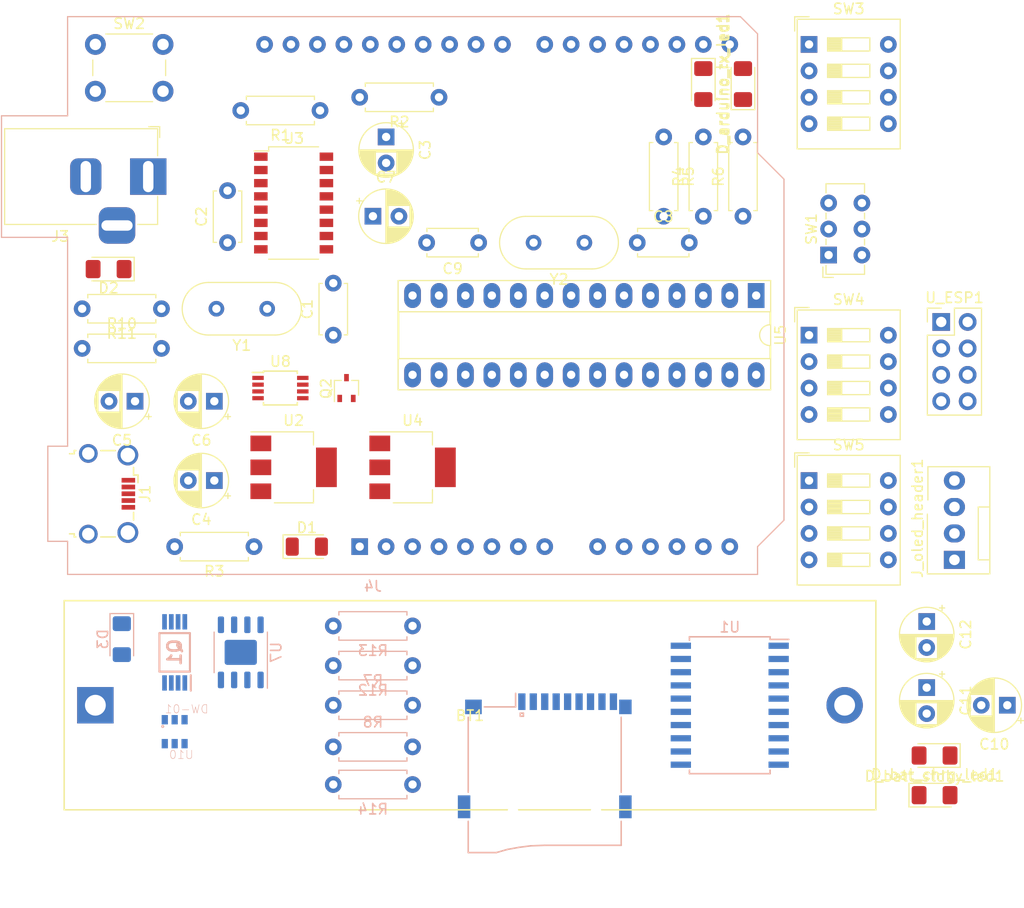
<source format=kicad_pcb>
(kicad_pcb (version 20171130) (host pcbnew 5.0.2-bee76a0~70~ubuntu16.04.1)
  (layers (0 F.Cu signal) (31 B.Cu signal) (34 B.Paste user) (35 F.Paste user) (36 B.SilkS user) (37 F.SilkS user) (38 B.Mask user) (39 F.Mask user) (44 Edge.Cuts user))
  (net 0 "")
  (net 1 "Net-(BT1-Pad2)")
  (net 2 /BATT_OUT_POSITIVE)
  (net 3 "Net-(C1-Pad1)")
  (net 4 GND)
  (net 5 "Net-(C2-Pad1)")
  (net 6 "Net-(C3-Pad2)")
  (net 7 /CH340_DTR)
  (net 8 /ARDUINO_RESET)
  (net 9 /ARDUINO_CRYSTAL_1)
  (net 10 /ARDUINO_CRYSTAL_2)
  (net 11 /5V_FILTERED)
  (net 12 "Net-(C12-Pad1)")
  (net 13 "Net-(D1-Pad1)")
  (net 14 /5V_REGULATOR_IN)
  (net 15 /ARDUINO_RX)
  (net 16 "Net-(D_arduino_rx_led1-Pad2)")
  (net 17 "Net-(D_arduino_tx_led1-Pad2)")
  (net 18 /ARDUINO_TX)
  (net 19 "Net-(D_bat_chrg_led1-Pad1)")
  (net 20 "Net-(D_batt_stdby_led1-Pad1)")
  (net 21 /USB_VCC)
  (net 22 /D_MINUS)
  (net 23 /D_PLUS)
  (net 24 "Net-(J1-Pad4)")
  (net 25 "Net-(J2-Pad8)")
  (net 26 /ARDUINO_SD_MISO)
  (net 27 /LEVEL_SHIFT_SD_SCK)
  (net 28 /3.3V_REGULATED)
  (net 29 /LEVEL_SHIFT_SD_MOSI)
  (net 30 /LEVEL_SHIFT_SD_CS)
  (net 31 "Net-(J_oled_header1-Pad1)")
  (net 32 "Net-(J_oled_header1-Pad2)")
  (net 33 "Net-(J_oled_header1-Pad3)")
  (net 34 "Net-(J_oled_header1-Pad4)")
  (net 35 "Net-(Q1-Pad1)")
  (net 36 "Net-(Q1-Pad4)")
  (net 37 "Net-(Q1-Pad5)")
  (net 38 "Net-(Q1-Pad8)")
  (net 39 "Net-(R1-Pad1)")
  (net 40 "Net-(R1-Pad2)")
  (net 41 "Net-(R2-Pad1)")
  (net 42 "Net-(R2-Pad2)")
  (net 43 /LED_STDBY)
  (net 44 /LED_CHRG)
  (net 45 "Net-(R10-Pad2)")
  (net 46 "Net-(R12-Pad1)")
  (net 47 "Net-(R14-Pad1)")
  (net 48 /ESP_RX)
  (net 49 /ESP_TX)
  (net 50 "Net-(U1-Pad11)")
  (net 51 "Net-(U1-Pad2)")
  (net 52 "Net-(U1-Pad12)")
  (net 53 "Net-(U1-Pad3)")
  (net 54 "Net-(U1-Pad4)")
  (net 55 /ARDUINO_LEVEL_SHIFT_SCK)
  (net 56 /ARDUINO_LEVEL_SHIFT_CS)
  (net 57 "Net-(U1-Pad16)")
  (net 58 /ARDUINO_LEVEL_SHIFT_MOSI)
  (net 59 "Net-(U1-Pad17)")
  (net 60 "Net-(U1-Pad8)")
  (net 61 "Net-(U1-Pad18)")
  (net 62 "Net-(U1-Pad9)")
  (net 63 "Net-(U3-Pad9)")
  (net 64 "Net-(U3-Pad10)")
  (net 65 "Net-(U3-Pad11)")
  (net 66 "Net-(U3-Pad12)")
  (net 67 "Net-(U3-Pad14)")
  (net 68 "Net-(U3-Pad15)")
  (net 69 "Net-(U10-Pad4)")
  (net 70 "Net-(D2-Pad2)")
  (net 71 "Net-(Q2-Pad1)")
  (net 72 "Net-(J2-Pad1)")
  (net 73 /PD_2)
  (net 74 /PD_3)
  (net 75 /PD_4)
  (net 76 /PC_0)
  (net 77 /PC_1)
  (net 78 /PC_2)
  (net 79 /PC_3)
  (net 80 /PD_5)
  (net 81 /PC_4)
  (net 82 /PD_6)
  (net 83 /PC_5)
  (net 84 /PD_7)
  (net 85 /PB_0)
  (net 86 /PB_1)
  (net 87 "Net-(J2-Pad7)")
  (net 88 "Net-(J4-Pad1)")
  (net 89 "Net-(SW3-Pad6)")
  (net 90 "Net-(SW3-Pad7)")
  (net 91 "Net-(SW3-Pad8)")
  (net 92 "Net-(SW4-Pad8)")
  (net 93 "Net-(SW4-Pad7)")
  (net 94 "Net-(SW4-Pad6)")
  (net 95 "Net-(SW4-Pad5)")
  (net 96 "Net-(U_ESP1-Pad3)")
  (net 97 "Net-(U_ESP1-Pad4)")
  (net 98 "Net-(U_ESP1-Pad5)")
  (net 99 "Net-(U_ESP1-Pad6)")
  (module Capacitor_THT:C_Disc_D4.7mm_W2.5mm_P5.00mm (layer F.Cu) (at 80.01 88.9 90)
    (fp_text reference C1 (at 2.5 -2.5 90) (layer F.SilkS))
    (fp_text value 22pF)
    (pad 1 thru_hole circle (at 0 0 90) (size 1.6 1.6) (drill 0.8) (layers *.Cu *.Mask) (net 3 "Net-(C1-Pad1)"))
    (pad 2 thru_hole circle (at 5 0 90) (size 1.6 1.6) (drill 0.8) (layers *.Cu *.Mask) (net 4 GND))
  )
  (module Capacitor_THT:C_Disc_D4.7mm_W2.5mm_P5.00mm (layer F.Cu) (at 69.85 80.01 90)
    (fp_text reference C2 (at 2.5 -2.5 90) (layer F.SilkS))
    (fp_text value 22pF)
    (pad 2 thru_hole circle (at 5 0 90) (size 1.6 1.6) (drill 0.8) (layers *.Cu *.Mask) (net 4 GND))
    (pad 1 thru_hole circle (at 0 0 90) (size 1.6 1.6) (drill 0.8) (layers *.Cu *.Mask) (net 5 "Net-(C2-Pad1)"))
  )
  (module Capacitor_THT:CP_Radial_D5.0mm_P2.50mm (layer F.Cu) (at 85.09 69.85 270)
    (fp_text reference C3 (at 1.25 -3.75 270) (layer F.SilkS))
    (fp_text value 0.1uF)
    (pad 1 thru_hole rect (at 0 0 270) (size 1.6 1.6) (drill 0.8) (layers *.Cu *.Mask) (net 11 /5V_FILTERED))
    (pad 2 thru_hole circle (at 2.5 0 270) (size 1.6 1.6) (drill 0.8) (layers *.Cu *.Mask) (net 6 "Net-(C3-Pad2)"))
  )
  (module Capacitor_THT:CP_Radial_D5.0mm_P2.50mm (layer F.Cu) (at 68.58 102.87 180)
    (fp_text reference C4 (at 1.25 -3.75 180) (layer F.SilkS))
    (fp_text value 47uF)
    (pad 1 thru_hole rect (at 0 0 180) (size 1.6 1.6) (drill 0.8) (layers *.Cu *.Mask) (net 11 /5V_FILTERED))
    (pad 2 thru_hole circle (at 2.5 0 180) (size 1.6 1.6) (drill 0.8) (layers *.Cu *.Mask) (net 4 GND))
  )
  (module Capacitor_THT:CP_Radial_D5.0mm_P2.50mm (layer F.Cu) (at 60.96 95.25 180)
    (fp_text reference C5 (at 1.25 -3.75 180) (layer F.SilkS))
    (fp_text value 100nF)
    (pad 2 thru_hole circle (at 2.5 0 180) (size 1.6 1.6) (drill 0.8) (layers *.Cu *.Mask) (net 4 GND))
    (pad 1 thru_hole rect (at 0 0 180) (size 1.6 1.6) (drill 0.8) (layers *.Cu *.Mask) (net 11 /5V_FILTERED))
  )
  (module Capacitor_THT:CP_Radial_D5.0mm_P2.50mm (layer F.Cu) (at 68.58 95.25 180)
    (fp_text reference C6 (at 1.25 -3.75 180) (layer F.SilkS))
    (fp_text value 100nF)
    (pad 1 thru_hole rect (at 0 0 180) (size 1.6 1.6) (drill 0.8) (layers *.Cu *.Mask) (net 11 /5V_FILTERED))
    (pad 2 thru_hole circle (at 2.5 0 180) (size 1.6 1.6) (drill 0.8) (layers *.Cu *.Mask) (net 4 GND))
  )
  (module Capacitor_THT:CP_Radial_D5.0mm_P2.50mm (layer F.Cu) (at 83.82 77.47)
    (fp_text reference C7 (at 1.25 -3.75) (layer F.SilkS))
    (fp_text value 0.1uF)
    (pad 1 thru_hole rect (at 0 0) (size 1.6 1.6) (drill 0.8) (layers *.Cu *.Mask) (net 7 /CH340_DTR))
    (pad 2 thru_hole circle (at 2.5 0) (size 1.6 1.6) (drill 0.8) (layers *.Cu *.Mask) (net 8 /ARDUINO_RESET))
  )
  (module Capacitor_THT:C_Disc_D4.7mm_W2.5mm_P5.00mm (layer F.Cu) (at 109.22 80.01)
    (fp_text reference C8 (at 2.5 -2.5) (layer F.SilkS))
    (fp_text value 22pF)
    (pad 1 thru_hole circle (at 0 0) (size 1.6 1.6) (drill 0.8) (layers *.Cu *.Mask) (net 9 /ARDUINO_CRYSTAL_1))
    (pad 2 thru_hole circle (at 5 0) (size 1.6 1.6) (drill 0.8) (layers *.Cu *.Mask) (net 4 GND))
  )
  (module Capacitor_THT:C_Disc_D4.7mm_W2.5mm_P5.00mm (layer F.Cu) (at 93.98 80.01 180)
    (fp_text reference C9 (at 2.5 -2.5 180) (layer F.SilkS))
    (fp_text value 22pF)
    (pad 2 thru_hole circle (at 5 0 180) (size 1.6 1.6) (drill 0.8) (layers *.Cu *.Mask) (net 4 GND))
    (pad 1 thru_hole circle (at 0 0 180) (size 1.6 1.6) (drill 0.8) (layers *.Cu *.Mask) (net 10 /ARDUINO_CRYSTAL_2))
  )
  (module Capacitor_THT:CP_Radial_D5.0mm_P2.50mm (layer F.Cu) (at 144.78 124.46 180)
    (fp_text reference C10 (at 1.25 -3.75 180) (layer F.SilkS))
    (fp_text value 0.1uF)
    (pad 2 thru_hole circle (at 2.5 0 180) (size 1.6 1.6) (drill 0.8) (layers *.Cu *.Mask) (net 4 GND))
    (pad 1 thru_hole rect (at 0 0 180) (size 1.6 1.6) (drill 0.8) (layers *.Cu *.Mask) (net 11 /5V_FILTERED))
  )
  (module Capacitor_THT:CP_Radial_D5.0mm_P2.50mm (layer F.Cu) (at 137.036 122.766 270)
    (fp_text reference C11 (at 1.25 -3.75 270) (layer F.SilkS))
    (fp_text value 10uF)
    (pad 2 thru_hole circle (at 2.5 0 270) (size 1.6 1.6) (drill 0.8) (layers *.Cu *.Mask) (net 4 GND))
    (pad 1 thru_hole rect (at 0 0 270) (size 1.6 1.6) (drill 0.8) (layers *.Cu *.Mask) (net 2 /BATT_OUT_POSITIVE))
  )
  (module Capacitor_THT:CP_Radial_D5.0mm_P2.50mm (layer F.Cu) (at 137.036 116.416 270)
    (fp_text reference C12 (at 1.25 -3.75 270) (layer F.SilkS))
    (fp_text value 0.1uF)
    (pad 2 thru_hole circle (at 2.5 0 270) (size 1.6 1.6) (drill 0.8) (layers *.Cu *.Mask) (net 1 "Net-(BT1-Pad2)"))
    (pad 1 thru_hole rect (at 0 0 270) (size 1.6 1.6) (drill 0.8) (layers *.Cu *.Mask) (net 12 "Net-(C12-Pad1)"))
  )
  (module LED_SMD:LED_1206_3216Metric (layer F.Cu) (at 77.47 109.22)
    (fp_text reference D1 (at 0 -1.82) (layer F.SilkS))
    (fp_text value LED)
    (pad 1 smd roundrect (at -1.4 0) (size 1.25 1.75) (layers F.Cu F.Paste F.Mask) (roundrect_rratio 0.2) (net 13 "Net-(D1-Pad1)"))
    (pad 2 smd roundrect (at 1.4 0) (size 1.25 1.75) (layers F.Cu F.Paste F.Mask) (roundrect_rratio 0.2) (net 11 /5V_FILTERED))
  )
  (module Diode_SMD:D_1206_3216Metric_Pad1.42x1.75mm_HandSolder (layer F.Cu) (at 58.42 82.55 180)
    (fp_text reference D2 (at 0 -1.82 180) (layer F.SilkS))
    (fp_text value D)
    (pad 2 smd roundrect (at 1.4875 0 180) (size 1.425 1.75) (layers F.Cu F.Paste F.Mask) (roundrect_rratio 0.175439) (net 70 "Net-(D2-Pad2)"))
    (pad 1 smd roundrect (at -1.4875 0 180) (size 1.425 1.75) (layers F.Cu F.Paste F.Mask) (roundrect_rratio 0.175439) (net 14 /5V_REGULATOR_IN))
  )
  (module Diode_SMD:D_1206_3216Metric_Pad1.42x1.75mm_HandSolder (layer B.Cu) (at 59.69 118.11 270)
    (fp_text reference D3 (at 0 1.82 270) (layer B.SilkS) (effects (justify mirror)))
    (fp_text value D)
    (pad 1 smd roundrect (at -1.4875 0 270) (size 1.425 1.75) (layers B.Cu B.Paste B.Mask) (roundrect_rratio 0.175439) (net 11 /5V_FILTERED))
    (pad 2 smd roundrect (at 1.4875 0 270) (size 1.425 1.75) (layers B.Cu B.Paste B.Mask) (roundrect_rratio 0.175439) (net 2 /BATT_OUT_POSITIVE))
  )
  (module LED_SMD:LED_1206_3216Metric_Pad1.42x1.75mm_HandSolder (layer F.Cu) (at 119.38 64.77 90)
    (fp_text reference D_arduino_rx_led1 (at 0 -1.82 90) (layer F.SilkS))
    (fp_text value LED)
    (pad 1 smd roundrect (at -1.4875 0 90) (size 1.425 1.75) (layers F.Cu F.Paste F.Mask) (roundrect_rratio 0.175439) (net 15 /ARDUINO_RX))
    (pad 2 smd roundrect (at 1.4875 0 90) (size 1.425 1.75) (layers F.Cu F.Paste F.Mask) (roundrect_rratio 0.175439) (net 16 "Net-(D_arduino_rx_led1-Pad2)"))
  )
  (module LED_SMD:LED_1206_3216Metric_Pad1.42x1.75mm_HandSolder (layer F.Cu) (at 115.57 64.77 270)
    (fp_text reference D_arduino_tx_led1 (at 0 -1.82 270) (layer F.SilkS))
    (fp_text value LED)
    (pad 2 smd roundrect (at 1.4875 0 270) (size 1.425 1.75) (layers F.Cu F.Paste F.Mask) (roundrect_rratio 0.175439) (net 17 "Net-(D_arduino_tx_led1-Pad2)"))
    (pad 1 smd roundrect (at -1.4875 0 270) (size 1.425 1.75) (layers F.Cu F.Paste F.Mask) (roundrect_rratio 0.175439) (net 18 /ARDUINO_TX))
  )
  (module LED_SMD:LED_1206_3216Metric_Pad1.42x1.75mm_HandSolder (layer F.Cu) (at 137.79 129.292 180)
    (fp_text reference D_bat_chrg_led1 (at 0 -1.82 180) (layer F.SilkS))
    (fp_text value LED)
    (pad 2 smd roundrect (at 1.4875 0 180) (size 1.425 1.75) (layers F.Cu F.Paste F.Mask) (roundrect_rratio 0.175439) (net 11 /5V_FILTERED))
    (pad 1 smd roundrect (at -1.4875 0 180) (size 1.425 1.75) (layers F.Cu F.Paste F.Mask) (roundrect_rratio 0.175439) (net 19 "Net-(D_bat_chrg_led1-Pad1)"))
  )
  (module LED_SMD:LED_1206_3216Metric_Pad1.42x1.75mm_HandSolder (layer F.Cu) (at 137.79 133.102)
    (fp_text reference D_batt_stdby_led1 (at 0 -1.82) (layer F.SilkS))
    (fp_text value LED)
    (pad 1 smd roundrect (at -1.4875 0) (size 1.425 1.75) (layers F.Cu F.Paste F.Mask) (roundrect_rratio 0.175439) (net 20 "Net-(D_batt_stdby_led1-Pad1)"))
    (pad 2 smd roundrect (at 1.4875 0) (size 1.425 1.75) (layers F.Cu F.Paste F.Mask) (roundrect_rratio 0.175439) (net 11 /5V_FILTERED))
  )
  (module Connector_USB:USB_Micro-B_Wuerth_629105150521_CircularHoles (layer F.Cu) (at 58.42 104.14 270)
    (fp_text reference J1 (at 0 -3.5 270) (layer F.SilkS))
    (fp_text value USB_B_Micro)
    (pad 1 smd rect (at -1.3 -1.9 270) (size 0.45 1.3) (layers F.Cu F.Paste F.Mask) (net 21 /USB_VCC))
    (pad 2 smd rect (at -0.65 -1.9 270) (size 0.45 1.3) (layers F.Cu F.Paste F.Mask) (net 22 /D_MINUS))
    (pad 3 smd rect (at 0 -1.9 270) (size 0.45 1.3) (layers F.Cu F.Paste F.Mask) (net 23 /D_PLUS))
    (pad 4 smd rect (at 0.65 -1.9 270) (size 0.45 1.3) (layers F.Cu F.Paste F.Mask) (net 24 "Net-(J1-Pad4)"))
    (pad 5 smd rect (at 1.3 -1.9 270) (size 0.45 1.3) (layers F.Cu F.Paste F.Mask) (net 4 GND))
    (pad 6 thru_hole circle (at -3.725 -1.85 270) (size 2 2) (drill 1.4) (layers *.Cu *.Mask) (net 4 GND))
    (pad 6 thru_hole circle (at 3.725 -1.85 270) (size 2 2) (drill 1.4) (layers *.Cu *.Mask) (net 4 GND))
    (pad 6 thru_hole circle (at -3.875 1.95 270) (size 1.8 1.8) (drill 1.2) (layers *.Cu *.Mask) (net 4 GND))
    (pad 6 thru_hole circle (at 3.875 1.95 270) (size 1.8 1.8) (drill 1.2) (layers *.Cu *.Mask) (net 4 GND))
    (pad "" np_thru_hole circle (at -2.5 -0.8 270) (size 0.8 0.8) (drill 0.8) (layers *.Cu *.Mask))
    (pad "" np_thru_hole circle (at 2.5 -0.8 270) (size 0.8 0.8) (drill 0.8) (layers *.Cu *.Mask))
  )
  (module sd_card_pretty:Conn_uSDcard (layer B.Cu) (at 100.33 134.62 180)
    (fp_text reference J2)
    (fp_text value Micro_SD_Card)
    (pad 6 smd rect (at 7.75 0.4 180) (size 1.2 2.2) (layers B.Cu B.Paste B.Mask) (net 4 GND))
    (pad 6 smd rect (at -7.75 0.4 180) (size 1.2 2.2) (layers B.Cu B.Paste B.Mask) (net 4 GND))
    (pad 6 smd rect (at 6.85 10 180) (size 1.6 1.4) (layers B.Cu B.Paste B.Mask) (net 4 GND))
    (pad 6 smd rect (at -7.75 10 180) (size 1.2 1.4) (layers B.Cu B.Paste B.Mask) (net 4 GND))
    (pad 9 smd rect (at -6.6 10.5 180) (size 0.7 1.6) (layers B.Cu B.Paste B.Mask) (net 4 GND))
    (pad 7 smd rect (at -4.4 10.5 180) (size 0.7 1.6) (layers B.Cu B.Paste B.Mask) (net 87 "Net-(J2-Pad7)"))
    (pad 8 smd rect (at -5.5 10.5 180) (size 0.7 1.6) (layers B.Cu B.Paste B.Mask) (net 25 "Net-(J2-Pad8)"))
    (pad 6 smd rect (at -3.3 10.5 180) (size 0.7 1.6) (layers B.Cu B.Paste B.Mask) (net 4 GND))
    (pad 5 smd rect (at -2.2 10.5 180) (size 0.7 1.6) (layers B.Cu B.Paste B.Mask) (net 27 /LEVEL_SHIFT_SD_SCK))
    (pad 4 smd rect (at -1.1 10.5 180) (size 0.7 1.6) (layers B.Cu B.Paste B.Mask) (net 28 /3.3V_REGULATED))
    (pad 1 smd rect (at 2.2 10.5 180) (size 0.7 1.6) (layers B.Cu B.Paste B.Mask) (net 72 "Net-(J2-Pad1)"))
    (pad 2 smd rect (at 1.1 10.5 180) (size 0.7 1.6) (layers B.Cu B.Paste B.Mask) (net 30 /LEVEL_SHIFT_SD_CS))
    (pad "" np_thru_hole circle (at 3.05 0 180) (size 1 1) (drill 1) (layers *.Cu))
    (pad "" np_thru_hole circle (at -4.93 0 180) (size 1 1) (drill 1) (layers *.Cu))
    (pad 3 smd rect (at 0 10.5 180) (size 0.7 1.6) (layers B.Cu B.Paste B.Mask) (net 29 /LEVEL_SHIFT_SD_MOSI))
  )
  (module Connector_BarrelJack:BarrelJack_Horizontal (layer F.Cu) (at 62.23 73.66)
    (fp_text reference J3 (at -8.45 5.75) (layer F.SilkS))
    (fp_text value DC_JACK)
    (pad 1 thru_hole rect (at 0 0) (size 3.5 3.5) (drill oval 1 3) (layers *.Cu *.Mask) (net 4 GND))
    (pad 2 thru_hole roundrect (at -6 0) (size 3 3.5) (drill oval 1 3) (layers *.Cu *.Mask) (net 70 "Net-(D2-Pad2)"))
    (pad 3 thru_hole roundrect (at -3 4.7) (size 3.5 3.5) (drill oval 3 1) (layers *.Cu *.Mask) (net 4 GND))
  )
  (module Module:Arduino_UNO_R3 (layer B.Cu) (at 82.55 109.22)
    (fp_text reference J4 (at 1.27 3.81 -180) (layer B.SilkS) (effects (justify mirror)))
    (fp_text value Conn_01x32_Female)
    (pad 32 thru_hole oval (at -9.14 -48.26 270) (size 1.6 1.6) (drill 0.8) (layers *.Cu *.Mask) (net 83 /PC_5))
    (pad 31 thru_hole oval (at -6.6 -48.26 270) (size 1.6 1.6) (drill 0.8) (layers *.Cu *.Mask) (net 81 /PC_4))
    (pad 1 thru_hole rect (at 0 0 270) (size 1.6 1.6) (drill 0.8) (layers *.Cu *.Mask) (net 88 "Net-(J4-Pad1)"))
    (pad 17 thru_hole oval (at 30.48 -48.26 270) (size 1.6 1.6) (drill 0.8) (layers *.Cu *.Mask) (net 73 /PD_2))
    (pad 2 thru_hole oval (at 2.54 0 270) (size 1.6 1.6) (drill 0.8) (layers *.Cu *.Mask) (net 11 /5V_FILTERED))
    (pad 18 thru_hole oval (at 27.94 -48.26 270) (size 1.6 1.6) (drill 0.8) (layers *.Cu *.Mask) (net 74 /PD_3))
    (pad 3 thru_hole oval (at 5.08 0 270) (size 1.6 1.6) (drill 0.8) (layers *.Cu *.Mask) (net 8 /ARDUINO_RESET))
    (pad 19 thru_hole oval (at 25.4 -48.26 270) (size 1.6 1.6) (drill 0.8) (layers *.Cu *.Mask) (net 75 /PD_4))
    (pad 4 thru_hole oval (at 7.62 0 270) (size 1.6 1.6) (drill 0.8) (layers *.Cu *.Mask) (net 28 /3.3V_REGULATED))
    (pad 20 thru_hole oval (at 22.86 -48.26 270) (size 1.6 1.6) (drill 0.8) (layers *.Cu *.Mask) (net 80 /PD_5))
    (pad 5 thru_hole oval (at 10.16 0 270) (size 1.6 1.6) (drill 0.8) (layers *.Cu *.Mask) (net 11 /5V_FILTERED))
    (pad 21 thru_hole oval (at 20.32 -48.26 270) (size 1.6 1.6) (drill 0.8) (layers *.Cu *.Mask) (net 82 /PD_6))
    (pad 6 thru_hole oval (at 12.7 0 270) (size 1.6 1.6) (drill 0.8) (layers *.Cu *.Mask) (net 4 GND))
    (pad 22 thru_hole oval (at 17.78 -48.26 270) (size 1.6 1.6) (drill 0.8) (layers *.Cu *.Mask) (net 84 /PD_7))
    (pad 7 thru_hole oval (at 15.24 0 270) (size 1.6 1.6) (drill 0.8) (layers *.Cu *.Mask) (net 4 GND))
    (pad 23 thru_hole oval (at 13.72 -48.26 270) (size 1.6 1.6) (drill 0.8) (layers *.Cu *.Mask) (net 85 /PB_0))
    (pad 8 thru_hole oval (at 17.78 0 270) (size 1.6 1.6) (drill 0.8) (layers *.Cu *.Mask) (net 11 /5V_FILTERED))
    (pad 24 thru_hole oval (at 11.18 -48.26 270) (size 1.6 1.6) (drill 0.8) (layers *.Cu *.Mask) (net 86 /PB_1))
    (pad 9 thru_hole oval (at 22.86 0 270) (size 1.6 1.6) (drill 0.8) (layers *.Cu *.Mask) (net 76 /PC_0))
    (pad 25 thru_hole oval (at 8.64 -48.26 270) (size 1.6 1.6) (drill 0.8) (layers *.Cu *.Mask) (net 56 /ARDUINO_LEVEL_SHIFT_CS))
    (pad 10 thru_hole oval (at 25.4 0 270) (size 1.6 1.6) (drill 0.8) (layers *.Cu *.Mask) (net 77 /PC_1))
    (pad 26 thru_hole oval (at 6.1 -48.26 270) (size 1.6 1.6) (drill 0.8) (layers *.Cu *.Mask) (net 58 /ARDUINO_LEVEL_SHIFT_MOSI))
    (pad 11 thru_hole oval (at 27.94 0 270) (size 1.6 1.6) (drill 0.8) (layers *.Cu *.Mask) (net 78 /PC_2))
    (pad 27 thru_hole oval (at 3.56 -48.26 270) (size 1.6 1.6) (drill 0.8) (layers *.Cu *.Mask) (net 26 /ARDUINO_SD_MISO))
    (pad 12 thru_hole oval (at 30.48 0 270) (size 1.6 1.6) (drill 0.8) (layers *.Cu *.Mask) (net 79 /PC_3))
    (pad 28 thru_hole oval (at 1.02 -48.26 270) (size 1.6 1.6) (drill 0.8) (layers *.Cu *.Mask) (net 55 /ARDUINO_LEVEL_SHIFT_SCK))
    (pad 13 thru_hole oval (at 33.02 0 270) (size 1.6 1.6) (drill 0.8) (layers *.Cu *.Mask) (net 81 /PC_4))
    (pad 29 thru_hole oval (at -1.52 -48.26 270) (size 1.6 1.6) (drill 0.8) (layers *.Cu *.Mask) (net 4 GND))
    (pad 14 thru_hole oval (at 35.56 0 270) (size 1.6 1.6) (drill 0.8) (layers *.Cu *.Mask) (net 83 /PC_5))
    (pad 30 thru_hole oval (at -4.06 -48.26 270) (size 1.6 1.6) (drill 0.8) (layers *.Cu *.Mask) (net 11 /5V_FILTERED))
    (pad 15 thru_hole oval (at 35.56 -48.26 270) (size 1.6 1.6) (drill 0.8) (layers *.Cu *.Mask) (net 15 /ARDUINO_RX))
    (pad 16 thru_hole oval (at 33.02 -48.26 270) (size 1.6 1.6) (drill 0.8) (layers *.Cu *.Mask) (net 18 /ARDUINO_TX))
  )
  (module Connector:FanPinHeader_1x04_P2.54mm_Vertical (layer F.Cu) (at 139.7 110.49 90)
    (fp_text reference J_oled_header1 (at 4 -3.55 90) (layer F.SilkS))
    (fp_text value Conn_01x04_Female)
    (pad 1 thru_hole rect (at 0 0 180) (size 2.03 1.73) (drill 1.02) (layers *.Cu *.Mask) (net 31 "Net-(J_oled_header1-Pad1)"))
    (pad 2 thru_hole oval (at 2.54 0 180) (size 2.03 1.73) (drill 1.02) (layers *.Cu *.Mask) (net 32 "Net-(J_oled_header1-Pad2)"))
    (pad 3 thru_hole oval (at 5.08 0 180) (size 2.03 1.73) (drill 1.02) (layers *.Cu *.Mask) (net 33 "Net-(J_oled_header1-Pad3)"))
    (pad 4 thru_hole oval (at 7.62 0 180) (size 2.03 1.73) (drill 1.02) (layers *.Cu *.Mask) (net 34 "Net-(J_oled_header1-Pad4)"))
    (pad "" np_thru_hole circle (at 5.08 -2.16 180) (size 1.1 1.1) (drill 1.1) (layers *.Cu *.Mask))
  )
  (module FS8205A:SOP65P640X120-8N (layer B.Cu) (at 64.77 119.38 90)
    (fp_text reference Q1 (at 0 0 90) (layer B.SilkS) (effects (font (size 1.27 1.27) (thickness 0.254)) (justify mirror)))
    (fp_text value FS8205A hide)
    (pad 1 smd rect (at -2.938 0.975) (size 0.45 1.475) (layers B.Cu B.Paste B.Mask) (net 35 "Net-(Q1-Pad1)"))
    (pad 2 smd rect (at -2.938 0.325) (size 0.45 1.475) (layers B.Cu B.Paste B.Mask) (net 1 "Net-(BT1-Pad2)"))
    (pad 3 smd rect (at -2.938 -0.325) (size 0.45 1.475) (layers B.Cu B.Paste B.Mask) (net 1 "Net-(BT1-Pad2)"))
    (pad 4 smd rect (at -2.938 -0.975) (size 0.45 1.475) (layers B.Cu B.Paste B.Mask) (net 36 "Net-(Q1-Pad4)"))
    (pad 5 smd rect (at 2.938 -0.975) (size 0.45 1.475) (layers B.Cu B.Paste B.Mask) (net 37 "Net-(Q1-Pad5)"))
    (pad 6 smd rect (at 2.938 -0.325) (size 0.45 1.475) (layers B.Cu B.Paste B.Mask) (net 4 GND))
    (pad 7 smd rect (at 2.938 0.325) (size 0.45 1.475) (layers B.Cu B.Paste B.Mask) (net 4 GND))
    (pad 8 smd rect (at 2.938 0.975) (size 0.45 1.475) (layers B.Cu B.Paste B.Mask) (net 38 "Net-(Q1-Pad8)"))
  )
  (module Package_TO_SOT_SMD:SOT-323_SC-70 (layer F.Cu) (at 81.28 93.98 90)
    (fp_text reference Q2 (at -0.05 -1.95 90) (layer F.SilkS))
    (fp_text value FDN340P)
    (pad 1 smd rect (at -1 -0.65) (size 0.45 0.7) (layers F.Cu F.Paste F.Mask) (net 71 "Net-(Q2-Pad1)"))
    (pad 2 smd rect (at -1 0.65) (size 0.45 0.7) (layers F.Cu F.Paste F.Mask) (net 21 /USB_VCC))
    (pad 3 smd rect (at 1 0) (size 0.45 0.7) (layers F.Cu F.Paste F.Mask) (net 11 /5V_FILTERED))
  )
  (module Resistor_THT:R_Axial_DIN0207_L6.3mm_D2.5mm_P7.62mm_Horizontal (layer F.Cu) (at 90.17 66.04 180)
    (fp_text reference R2 (at 3.81 -2.37 180) (layer F.SilkS))
    (fp_text value 1k)
    (pad 1 thru_hole circle (at 0 0 180) (size 1.6 1.6) (drill 0.8) (layers *.Cu *.Mask) (net 41 "Net-(R2-Pad1)"))
    (pad 2 thru_hole oval (at 7.62 0 180) (size 1.6 1.6) (drill 0.8) (layers *.Cu *.Mask) (net 42 "Net-(R2-Pad2)"))
  )
  (module Resistor_THT:R_Axial_DIN0207_L6.3mm_D2.5mm_P7.62mm_Horizontal (layer F.Cu) (at 72.39 109.22 180)
    (fp_text reference R3 (at 3.81 -2.37 180) (layer F.SilkS))
    (fp_text value 1k)
    (pad 2 thru_hole oval (at 7.62 0 180) (size 1.6 1.6) (drill 0.8) (layers *.Cu *.Mask) (net 4 GND))
    (pad 1 thru_hole circle (at 0 0 180) (size 1.6 1.6) (drill 0.8) (layers *.Cu *.Mask) (net 13 "Net-(D1-Pad1)"))
  )
  (module Resistor_THT:R_Axial_DIN0207_L6.3mm_D2.5mm_P7.62mm_Horizontal (layer F.Cu) (at 115.57 77.47 90)
    (fp_text reference R4 (at 3.81 -2.37 90) (layer F.SilkS))
    (fp_text value 1k)
    (pad 2 thru_hole oval (at 7.62 0 90) (size 1.6 1.6) (drill 0.8) (layers *.Cu *.Mask) (net 17 "Net-(D_arduino_tx_led1-Pad2)"))
    (pad 1 thru_hole circle (at 0 0 90) (size 1.6 1.6) (drill 0.8) (layers *.Cu *.Mask) (net 11 /5V_FILTERED))
  )
  (module Resistor_THT:R_Axial_DIN0207_L6.3mm_D2.5mm_P7.62mm_Horizontal (layer F.Cu) (at 111.76 69.85 270)
    (fp_text reference R5 (at 3.81 -2.37 270) (layer F.SilkS))
    (fp_text value 10k)
    (pad 2 thru_hole oval (at 7.62 0 270) (size 1.6 1.6) (drill 0.8) (layers *.Cu *.Mask) (net 11 /5V_FILTERED))
    (pad 1 thru_hole circle (at 0 0 270) (size 1.6 1.6) (drill 0.8) (layers *.Cu *.Mask) (net 8 /ARDUINO_RESET))
  )
  (module Resistor_THT:R_Axial_DIN0207_L6.3mm_D2.5mm_P7.62mm_Horizontal (layer F.Cu) (at 119.38 77.47 90)
    (fp_text reference R6 (at 3.81 -2.37 90) (layer F.SilkS))
    (fp_text value 1k)
    (pad 1 thru_hole circle (at 0 0 90) (size 1.6 1.6) (drill 0.8) (layers *.Cu *.Mask) (net 11 /5V_FILTERED))
    (pad 2 thru_hole oval (at 7.62 0 90) (size 1.6 1.6) (drill 0.8) (layers *.Cu *.Mask) (net 16 "Net-(D_arduino_rx_led1-Pad2)"))
  )
  (module Resistor_THT:R_Axial_DIN0207_L6.3mm_D2.5mm_P7.62mm_Horizontal (layer B.Cu) (at 87.63 124.46 180)
    (fp_text reference R7 (at 3.81 2.37 180) (layer B.SilkS) (effects (justify mirror)))
    (fp_text value 1k)
    (pad 1 thru_hole circle (at 0 0 180) (size 1.6 1.6) (drill 0.8) (layers *.Cu *.Mask) (net 20 "Net-(D_batt_stdby_led1-Pad1)"))
    (pad 2 thru_hole oval (at 7.62 0 180) (size 1.6 1.6) (drill 0.8) (layers *.Cu *.Mask) (net 43 /LED_STDBY))
  )
  (module Resistor_THT:R_Axial_DIN0207_L6.3mm_D2.5mm_P7.62mm_Horizontal (layer B.Cu) (at 87.63 128.459 180)
    (fp_text reference R8 (at 3.81 2.37 180) (layer B.SilkS) (effects (justify mirror)))
    (fp_text value 1k)
    (pad 2 thru_hole oval (at 7.62 0 180) (size 1.6 1.6) (drill 0.8) (layers *.Cu *.Mask) (net 44 /LED_CHRG))
    (pad 1 thru_hole circle (at 0 0 180) (size 1.6 1.6) (drill 0.8) (layers *.Cu *.Mask) (net 19 "Net-(D_bat_chrg_led1-Pad1)"))
  )
  (module Resistor_THT:R_Axial_DIN0207_L6.3mm_D2.5mm_P7.62mm_Horizontal (layer B.Cu) (at 80.01 120.65)
    (fp_text reference R12 (at 3.81 2.37) (layer B.SilkS) (effects (justify mirror)))
    (fp_text value 2k)
    (pad 2 thru_hole oval (at 7.62 0) (size 1.6 1.6) (drill 0.8) (layers *.Cu *.Mask) (net 4 GND))
    (pad 1 thru_hole circle (at 0 0) (size 1.6 1.6) (drill 0.8) (layers *.Cu *.Mask) (net 46 "Net-(R12-Pad1)"))
  )
  (module Resistor_THT:R_Axial_DIN0207_L6.3mm_D2.5mm_P7.62mm_Horizontal (layer B.Cu) (at 80.01 116.84)
    (fp_text reference R13 (at 3.81 2.37) (layer B.SilkS) (effects (justify mirror)))
    (fp_text value 100)
    (pad 1 thru_hole circle (at 0 0) (size 1.6 1.6) (drill 0.8) (layers *.Cu *.Mask) (net 2 /BATT_OUT_POSITIVE))
    (pad 2 thru_hole oval (at 7.62 0) (size 1.6 1.6) (drill 0.8) (layers *.Cu *.Mask) (net 12 "Net-(C12-Pad1)"))
  )
  (module Resistor_THT:R_Axial_DIN0207_L6.3mm_D2.5mm_P7.62mm_Horizontal (layer B.Cu) (at 80.01 132.08)
    (fp_text reference R14 (at 3.81 2.37) (layer B.SilkS) (effects (justify mirror)))
    (fp_text value 1k)
    (pad 1 thru_hole circle (at 0 0) (size 1.6 1.6) (drill 0.8) (layers *.Cu *.Mask) (net 47 "Net-(R14-Pad1)"))
    (pad 2 thru_hole oval (at 7.62 0) (size 1.6 1.6) (drill 0.8) (layers *.Cu *.Mask) (net 4 GND))
  )
  (module Button_Switch_THT:SW_E-Switch_EG1271_DPDT (layer F.Cu) (at 127.61 81.2 90)
    (fp_text reference SW1 (at 2.5 -1.65 90) (layer F.SilkS))
    (fp_text value SW_DPDT_x2)
    (pad 1 thru_hole rect (at 0 0 90) (size 1.6 1.6) (drill 0.8) (layers *.Cu *.Mask) (net 15 /ARDUINO_RX))
    (pad 2 thru_hole circle (at 2.5 0 90) (size 1.6 1.6) (drill 0.8) (layers *.Cu *.Mask) (net 39 "Net-(R1-Pad1)"))
    (pad 3 thru_hole circle (at 5 0 90) (size 1.6 1.6) (drill 0.8) (layers *.Cu *.Mask) (net 48 /ESP_RX))
    (pad 4 thru_hole circle (at 0 3.2 90) (size 1.6 1.6) (drill 0.8) (layers *.Cu *.Mask) (net 18 /ARDUINO_TX))
    (pad 5 thru_hole circle (at 2.5 3.2 90) (size 1.6 1.6) (drill 0.8) (layers *.Cu *.Mask) (net 41 "Net-(R2-Pad1)"))
    (pad 6 thru_hole circle (at 5 3.2 90) (size 1.6 1.6) (drill 0.8) (layers *.Cu *.Mask) (net 49 /ESP_TX))
  )
  (module Button_Switch_THT:SW_PUSH_6mm_H4.3mm (layer F.Cu) (at 57.15 60.96)
    (fp_text reference SW2 (at 3.25 -2) (layer F.SilkS))
    (fp_text value SW_SPST)
    (pad 2 thru_hole circle (at 0 4.5 90) (size 2 2) (drill 1.1) (layers *.Cu *.Mask) (net 4 GND))
    (pad 1 thru_hole circle (at 0 0 90) (size 2 2) (drill 1.1) (layers *.Cu *.Mask) (net 8 /ARDUINO_RESET))
    (pad 2 thru_hole circle (at 6.5 4.5 90) (size 2 2) (drill 1.1) (layers *.Cu *.Mask) (net 4 GND))
    (pad 1 thru_hole circle (at 6.5 0 90) (size 2 2) (drill 1.1) (layers *.Cu *.Mask) (net 8 /ARDUINO_RESET))
  )
  (module Button_Switch_THT:SW_DIP_SPSTx04_Slide_9.78x12.34mm_W7.62mm_P2.54mm (layer F.Cu) (at 125.73 60.96)
    (fp_text reference SW3 (at 3.81 -3.42) (layer F.SilkS))
    (fp_text value SW_DIP_x04)
    (pad 1 thru_hole rect (at 0 0) (size 1.6 1.6) (drill 0.8) (layers *.Cu *.Mask) (net 55 /ARDUINO_LEVEL_SHIFT_SCK))
    (pad 5 thru_hole oval (at 7.62 7.62) (size 1.6 1.6) (drill 0.8) (layers *.Cu *.Mask) (net 87 "Net-(J2-Pad7)"))
    (pad 2 thru_hole oval (at 0 2.54) (size 1.6 1.6) (drill 0.8) (layers *.Cu *.Mask) (net 56 /ARDUINO_LEVEL_SHIFT_CS))
    (pad 6 thru_hole oval (at 7.62 5.08) (size 1.6 1.6) (drill 0.8) (layers *.Cu *.Mask) (net 89 "Net-(SW3-Pad6)"))
    (pad 3 thru_hole oval (at 0 5.08) (size 1.6 1.6) (drill 0.8) (layers *.Cu *.Mask) (net 58 /ARDUINO_LEVEL_SHIFT_MOSI))
    (pad 7 thru_hole oval (at 7.62 2.54) (size 1.6 1.6) (drill 0.8) (layers *.Cu *.Mask) (net 90 "Net-(SW3-Pad7)"))
    (pad 4 thru_hole oval (at 0 7.62) (size 1.6 1.6) (drill 0.8) (layers *.Cu *.Mask) (net 26 /ARDUINO_SD_MISO))
    (pad 8 thru_hole oval (at 7.62 0) (size 1.6 1.6) (drill 0.8) (layers *.Cu *.Mask) (net 91 "Net-(SW3-Pad8)"))
  )
  (module Button_Switch_THT:SW_DIP_SPSTx04_Slide_9.78x12.34mm_W7.62mm_P2.54mm (layer F.Cu) (at 125.73 88.9)
    (fp_text reference SW4 (at 3.81 -3.42) (layer F.SilkS))
    (fp_text value SW_DIP_x04)
    (pad 8 thru_hole oval (at 7.62 0) (size 1.6 1.6) (drill 0.8) (layers *.Cu *.Mask) (net 92 "Net-(SW4-Pad8)"))
    (pad 4 thru_hole oval (at 0 7.62) (size 1.6 1.6) (drill 0.8) (layers *.Cu *.Mask) (net 4 GND))
    (pad 7 thru_hole oval (at 7.62 2.54) (size 1.6 1.6) (drill 0.8) (layers *.Cu *.Mask) (net 93 "Net-(SW4-Pad7)"))
    (pad 3 thru_hole oval (at 0 5.08) (size 1.6 1.6) (drill 0.8) (layers *.Cu *.Mask) (net 28 /3.3V_REGULATED))
    (pad 6 thru_hole oval (at 7.62 5.08) (size 1.6 1.6) (drill 0.8) (layers *.Cu *.Mask) (net 94 "Net-(SW4-Pad6)"))
    (pad 2 thru_hole oval (at 0 2.54) (size 1.6 1.6) (drill 0.8) (layers *.Cu *.Mask) (net 48 /ESP_RX))
    (pad 5 thru_hole oval (at 7.62 7.62) (size 1.6 1.6) (drill 0.8) (layers *.Cu *.Mask) (net 95 "Net-(SW4-Pad5)"))
    (pad 1 thru_hole rect (at 0 0) (size 1.6 1.6) (drill 0.8) (layers *.Cu *.Mask) (net 49 /ESP_TX))
  )
  (module Button_Switch_THT:SW_DIP_SPSTx04_Slide_9.78x12.34mm_W7.62mm_P2.54mm (layer F.Cu) (at 125.73 102.87)
    (fp_text reference SW5 (at 3.81 -3.42) (layer F.SilkS))
    (fp_text value SW_DIP_x04)
    (pad 1 thru_hole rect (at 0 0) (size 1.6 1.6) (drill 0.8) (layers *.Cu *.Mask) (net 11 /5V_FILTERED))
    (pad 5 thru_hole oval (at 7.62 7.62) (size 1.6 1.6) (drill 0.8) (layers *.Cu *.Mask) (net 31 "Net-(J_oled_header1-Pad1)"))
    (pad 2 thru_hole oval (at 0 2.54) (size 1.6 1.6) (drill 0.8) (layers *.Cu *.Mask) (net 4 GND))
    (pad 6 thru_hole oval (at 7.62 5.08) (size 1.6 1.6) (drill 0.8) (layers *.Cu *.Mask) (net 32 "Net-(J_oled_header1-Pad2)"))
    (pad 3 thru_hole oval (at 0 5.08) (size 1.6 1.6) (drill 0.8) (layers *.Cu *.Mask) (net 83 /PC_5))
    (pad 7 thru_hole oval (at 7.62 2.54) (size 1.6 1.6) (drill 0.8) (layers *.Cu *.Mask) (net 33 "Net-(J_oled_header1-Pad3)"))
    (pad 4 thru_hole oval (at 0 7.62) (size 1.6 1.6) (drill 0.8) (layers *.Cu *.Mask) (net 81 /PC_4))
    (pad 8 thru_hole oval (at 7.62 0) (size 1.6 1.6) (drill 0.8) (layers *.Cu *.Mask) (net 34 "Net-(J_oled_header1-Pad4)"))
  )
  (module Package_TO_SOT_SMD:SOT-223 (layer F.Cu) (at 76.2 101.6)
    (fp_text reference U2 (at 0 -4.5) (layer F.SilkS))
    (fp_text value LM1117-5.0)
    (pad 4 smd rect (at 3.15 0) (size 2 3.8) (layers F.Cu F.Paste F.Mask))
    (pad 2 smd rect (at -3.15 0) (size 2 1.5) (layers F.Cu F.Paste F.Mask) (net 11 /5V_FILTERED))
    (pad 3 smd rect (at -3.15 2.3) (size 2 1.5) (layers F.Cu F.Paste F.Mask) (net 14 /5V_REGULATOR_IN))
    (pad 1 smd rect (at -3.15 -2.3) (size 2 1.5) (layers F.Cu F.Paste F.Mask) (net 4 GND))
  )
  (module Package_TO_SOT_SMD:SOT-223 (layer F.Cu) (at 87.63 101.6)
    (fp_text reference U4 (at 0 -4.5) (layer F.SilkS))
    (fp_text value LM1117-3.3)
    (pad 1 smd rect (at -3.15 -2.3) (size 2 1.5) (layers F.Cu F.Paste F.Mask) (net 4 GND))
    (pad 3 smd rect (at -3.15 2.3) (size 2 1.5) (layers F.Cu F.Paste F.Mask) (net 11 /5V_FILTERED))
    (pad 2 smd rect (at -3.15 0) (size 2 1.5) (layers F.Cu F.Paste F.Mask) (net 28 /3.3V_REGULATED))
    (pad 4 smd rect (at 3.15 0) (size 2 3.8) (layers F.Cu F.Paste F.Mask))
  )
  (module Package_DIP:DIP-28_W7.62mm_Socket_LongPads (layer F.Cu) (at 120.65 85.09 270)
    (fp_text reference U5 (at 3.81 -2.33 270) (layer F.SilkS))
    (fp_text value ATmega328-PU)
    (pad 1 thru_hole rect (at 0 0 270) (size 2.4 1.6) (drill 0.8) (layers *.Cu *.Mask) (net 8 /ARDUINO_RESET))
    (pad 15 thru_hole oval (at 7.62 33.02 270) (size 2.4 1.6) (drill 0.8) (layers *.Cu *.Mask) (net 86 /PB_1))
    (pad 2 thru_hole oval (at 0 2.54 270) (size 2.4 1.6) (drill 0.8) (layers *.Cu *.Mask) (net 15 /ARDUINO_RX))
    (pad 16 thru_hole oval (at 7.62 30.48 270) (size 2.4 1.6) (drill 0.8) (layers *.Cu *.Mask) (net 56 /ARDUINO_LEVEL_SHIFT_CS))
    (pad 3 thru_hole oval (at 0 5.08 270) (size 2.4 1.6) (drill 0.8) (layers *.Cu *.Mask) (net 18 /ARDUINO_TX))
    (pad 17 thru_hole oval (at 7.62 27.94 270) (size 2.4 1.6) (drill 0.8) (layers *.Cu *.Mask) (net 58 /ARDUINO_LEVEL_SHIFT_MOSI))
    (pad 4 thru_hole oval (at 0 7.62 270) (size 2.4 1.6) (drill 0.8) (layers *.Cu *.Mask) (net 73 /PD_2))
    (pad 18 thru_hole oval (at 7.62 25.4 270) (size 2.4 1.6) (drill 0.8) (layers *.Cu *.Mask) (net 26 /ARDUINO_SD_MISO))
    (pad 5 thru_hole oval (at 0 10.16 270) (size 2.4 1.6) (drill 0.8) (layers *.Cu *.Mask) (net 74 /PD_3))
    (pad 19 thru_hole oval (at 7.62 22.86 270) (size 2.4 1.6) (drill 0.8) (layers *.Cu *.Mask) (net 55 /ARDUINO_LEVEL_SHIFT_SCK))
    (pad 6 thru_hole oval (at 0 12.7 270) (size 2.4 1.6) (drill 0.8) (layers *.Cu *.Mask) (net 75 /PD_4))
    (pad 20 thru_hole oval (at 7.62 20.32 270) (size 2.4 1.6) (drill 0.8) (layers *.Cu *.Mask) (net 11 /5V_FILTERED))
    (pad 7 thru_hole oval (at 0 15.24 270) (size 2.4 1.6) (drill 0.8) (layers *.Cu *.Mask) (net 11 /5V_FILTERED))
    (pad 21 thru_hole oval (at 7.62 17.78 270) (size 2.4 1.6) (drill 0.8) (layers *.Cu *.Mask) (net 11 /5V_FILTERED))
    (pad 8 thru_hole oval (at 0 17.78 270) (size 2.4 1.6) (drill 0.8) (layers *.Cu *.Mask) (net 4 GND))
    (pad 22 thru_hole oval (at 7.62 15.24 270) (size 2.4 1.6) (drill 0.8) (layers *.Cu *.Mask) (net 4 GND))
    (pad 9 thru_hole oval (at 0 20.32 270) (size 2.4 1.6) (drill 0.8) (layers *.Cu *.Mask) (net 9 /ARDUINO_CRYSTAL_1))
    (pad 23 thru_hole oval (at 7.62 12.7 270) (size 2.4 1.6) (drill 0.8) (layers *.Cu *.Mask) (net 76 /PC_0))
    (pad 10 thru_hole oval (at 0 22.86 270) (size 2.4 1.6) (drill 0.8) (layers *.Cu *.Mask) (net 10 /ARDUINO_CRYSTAL_2))
    (pad 24 thru_hole oval (at 7.62 10.16 270) (size 2.4 1.6) (drill 0.8) (layers *.Cu *.Mask) (net 77 /PC_1))
    (pad 11 thru_hole oval (at 0 25.4 270) (size 2.4 1.6) (drill 0.8) (layers *.Cu *.Mask) (net 80 /PD_5))
    (pad 25 thru_hole oval (at 7.62 7.62 270) (size 2.4 1.6) (drill 0.8) (layers *.Cu *.Mask) (net 78 /PC_2))
    (pad 12 thru_hole oval (at 0 27.94 270) (size 2.4 1.6) (drill 0.8) (layers *.Cu *.Mask) (net 82 /PD_6))
    (pad 26 thru_hole oval (at 7.62 5.08 270) (size 2.4 1.6) (drill 0.8) (layers *.Cu *.Mask) (net 79 /PC_3))
    (pad 13 thru_hole oval (at 0 30.48 270) (size 2.4 1.6) (drill 0.8) (layers *.Cu *.Mask) (net 84 /PD_7))
    (pad 27 thru_hole oval (at 7.62 2.54 270) (size 2.4 1.6) (drill 0.8) (layers *.Cu *.Mask) (net 81 /PC_4))
    (pad 14 thru_hole oval (at 0 33.02 270) (size 2.4 1.6) (drill 0.8) (layers *.Cu *.Mask) (net 85 /PB_0))
    (pad 28 thru_hole oval (at 7.62 0 270) (size 2.4 1.6) (drill 0.8) (layers *.Cu *.Mask) (net 83 /PC_5))
  )
  (module Package_SO:HSOP-8-1EP_3.9x4.9mm_P1.27mm_EP2.41x3.1mm (layer B.Cu) (at 71.12 119.38 90)
    (fp_text reference U7 (at 0 3.4 90) (layer B.SilkS) (effects (justify mirror)))
    (fp_text value TP4056)
    (pad 9 smd roundrect (at 0 0 90) (size 2.41 3.1) (layers B.Cu B.Mask) (roundrect_rratio 0.103734))
    (pad 1 smd roundrect (at -2.65 1.905 90) (size 1.6 0.6) (layers B.Cu B.Paste B.Mask) (net 4 GND))
    (pad 2 smd roundrect (at -2.65 0.635 90) (size 1.6 0.6) (layers B.Cu B.Paste B.Mask) (net 46 "Net-(R12-Pad1)"))
    (pad 3 smd roundrect (at -2.65 -0.635 90) (size 1.6 0.6) (layers B.Cu B.Paste B.Mask) (net 4 GND))
    (pad 4 smd roundrect (at -2.65 -1.905 90) (size 1.6 0.6) (layers B.Cu B.Paste B.Mask) (net 11 /5V_FILTERED))
    (pad 5 smd roundrect (at 2.65 -1.905 90) (size 1.6 0.6) (layers B.Cu B.Paste B.Mask) (net 2 /BATT_OUT_POSITIVE))
    (pad 6 smd roundrect (at 2.65 -0.635 90) (size 1.6 0.6) (layers B.Cu B.Paste B.Mask) (net 43 /LED_STDBY))
    (pad 7 smd roundrect (at 2.65 0.635 90) (size 1.6 0.6) (layers B.Cu B.Paste B.Mask) (net 44 /LED_CHRG))
    (pad 8 smd roundrect (at 2.65 1.905 90) (size 1.6 0.6) (layers B.Cu B.Paste B.Mask) (net 11 /5V_FILTERED))
  )
  (module Package_SO:TSSOP-8_3x3mm_P0.65mm (layer F.Cu) (at 74.93 93.98)
    (fp_text reference U8 (at 0 -2.55) (layer F.SilkS))
    (fp_text value LMV358)
    (pad 1 smd rect (at -2.15 -0.975) (size 1.1 0.4) (layers F.Cu F.Paste F.Mask) (net 71 "Net-(Q2-Pad1)"))
    (pad 2 smd rect (at -2.15 -0.325) (size 1.1 0.4) (layers F.Cu F.Paste F.Mask) (net 28 /3.3V_REGULATED))
    (pad 3 smd rect (at -2.15 0.325) (size 1.1 0.4) (layers F.Cu F.Paste F.Mask) (net 45 "Net-(R10-Pad2)"))
    (pad 4 smd rect (at -2.15 0.975) (size 1.1 0.4) (layers F.Cu F.Paste F.Mask) (net 4 GND))
    (pad 5 smd rect (at 2.15 0.975) (size 1.1 0.4) (layers F.Cu F.Paste F.Mask))
    (pad 6 smd rect (at 2.15 0.325) (size 1.1 0.4) (layers F.Cu F.Paste F.Mask))
    (pad 7 smd rect (at 2.15 -0.325) (size 1.1 0.4) (layers F.Cu F.Paste F.Mask))
    (pad 8 smd rect (at 2.15 -0.975) (size 1.1 0.4) (layers F.Cu F.Paste F.Mask) (net 11 /5V_FILTERED))
  )
  (module DW-01:SOT23-6 (layer B.Cu) (at 64.77 127)
    (fp_text reference U10 (at 0.63709 2.21727) (layer B.SilkS) (effects (font (size 0.80263 0.80263) (thickness 0.05)) (justify mirror)))
    (fp_text value DW-01 (at 1.14513 -2.16805) (layer B.SilkS) (effects (font (size 0.801496 0.801496) (thickness 0.05)) (justify mirror)))
    (pad 1 smd rect (at -0.95 -1.15) (size 0.6 0.9) (layers B.Cu B.Paste B.Mask) (net 36 "Net-(Q1-Pad4)"))
    (pad 2 smd rect (at 0 -1.15) (size 0.6 0.9) (layers B.Cu B.Paste B.Mask) (net 47 "Net-(R14-Pad1)"))
    (pad 3 smd rect (at 0.95 -1.15) (size 0.6 0.9) (layers B.Cu B.Paste B.Mask) (net 37 "Net-(Q1-Pad5)"))
    (pad 4 smd rect (at 0.95 1.15) (size 0.6 0.9) (layers B.Cu B.Paste B.Mask) (net 69 "Net-(U10-Pad4)"))
    (pad 5 smd rect (at 0 1.15) (size 0.6 0.9) (layers B.Cu B.Paste B.Mask) (net 12 "Net-(C12-Pad1)"))
    (pad 6 smd rect (at -0.95 1.15) (size 0.6 0.9) (layers B.Cu B.Paste B.Mask) (net 1 "Net-(BT1-Pad2)"))
  )
  (module Crystal:Crystal_HC49-4H_Vertical (layer F.Cu) (at 73.66 86.36 180)
    (fp_text reference Y1 (at 2.44 -3.525 180) (layer F.SilkS))
    (fp_text value Crystal_12MHz)
    (pad 2 thru_hole circle (at 4.88 0 180) (size 1.5 1.5) (drill 0.8) (layers *.Cu *.Mask) (net 5 "Net-(C2-Pad1)"))
    (pad 1 thru_hole circle (at 0 0 180) (size 1.5 1.5) (drill 0.8) (layers *.Cu *.Mask) (net 3 "Net-(C1-Pad1)"))
  )
  (module Crystal:Crystal_HC49-4H_Vertical (layer F.Cu) (at 104.14 80.01 180)
    (fp_text reference Y2 (at 2.44 -3.525 180) (layer F.SilkS))
    (fp_text value Crystal_16MHz)
    (pad 1 thru_hole circle (at 0 0 180) (size 1.5 1.5) (drill 0.8) (layers *.Cu *.Mask) (net 9 /ARDUINO_CRYSTAL_1))
    (pad 2 thru_hole circle (at 4.88 0 180) (size 1.5 1.5) (drill 0.8) (layers *.Cu *.Mask) (net 10 /ARDUINO_CRYSTAL_2))
  )
  (module Resistor_THT:R_Axial_DIN0207_L6.3mm_D2.5mm_P7.62mm_Horizontal (layer F.Cu) (at 78.74 67.31 180)
    (fp_text reference R1 (at 3.81 -2.37 180) (layer F.SilkS))
    (fp_text value 1k)
    (pad 1 thru_hole circle (at 0 0 180) (size 1.6 1.6) (drill 0.8) (layers *.Cu *.Mask) (net 39 "Net-(R1-Pad1)"))
    (pad 2 thru_hole oval (at 7.62 0 180) (size 1.6 1.6) (drill 0.8) (layers *.Cu *.Mask) (net 40 "Net-(R1-Pad2)"))
  )
  (module Connector_PinHeader_2.54mm:PinHeader_2x04_P2.54mm_Vertical (layer F.Cu) (at 138.43 87.63)
    (fp_text reference U_ESP1 (at 1.27 -2.33) (layer F.SilkS))
    (fp_text value ESP-01v090)
    (pad 1 thru_hole rect (at 0 0) (size 1.7 1.7) (drill 1) (layers *.Cu *.Mask) (net 92 "Net-(SW4-Pad8)"))
    (pad 2 thru_hole oval (at 2.54 0) (size 1.7 1.7) (drill 1) (layers *.Cu *.Mask) (net 95 "Net-(SW4-Pad5)"))
    (pad 3 thru_hole oval (at 0 2.54) (size 1.7 1.7) (drill 1) (layers *.Cu *.Mask) (net 96 "Net-(U_ESP1-Pad3)"))
    (pad 4 thru_hole oval (at 2.54 2.54) (size 1.7 1.7) (drill 1) (layers *.Cu *.Mask) (net 97 "Net-(U_ESP1-Pad4)"))
    (pad 5 thru_hole oval (at 0 5.08) (size 1.7 1.7) (drill 1) (layers *.Cu *.Mask) (net 98 "Net-(U_ESP1-Pad5)"))
    (pad 6 thru_hole oval (at 2.54 5.08) (size 1.7 1.7) (drill 1) (layers *.Cu *.Mask) (net 99 "Net-(U_ESP1-Pad6)"))
    (pad 7 thru_hole oval (at 0 7.62) (size 1.7 1.7) (drill 1) (layers *.Cu *.Mask) (net 94 "Net-(SW4-Pad6)"))
    (pad 8 thru_hole oval (at 2.54 7.62) (size 1.7 1.7) (drill 1) (layers *.Cu *.Mask) (net 93 "Net-(SW4-Pad7)"))
  )
  (module Package_SO:SOP-16_4.4x10.4mm_P1.27mm (layer F.Cu) (at 76.2 76.2)
    (fp_text reference U3 (at 0 -6.2) (layer F.SilkS))
    (fp_text value CH340G)
    (pad 1 smd rect (at -3.15 -4.45) (size 1.3 0.8) (layers F.Cu F.Paste F.Mask) (net 4 GND))
    (pad 2 smd rect (at -3.15 -3.17) (size 1.3 0.8) (layers F.Cu F.Paste F.Mask) (net 40 "Net-(R1-Pad2)"))
    (pad 3 smd rect (at -3.15 -1.91) (size 1.3 0.8) (layers F.Cu F.Paste F.Mask) (net 42 "Net-(R2-Pad2)"))
    (pad 4 smd rect (at -3.15 -0.64) (size 1.3 0.8) (layers F.Cu F.Paste F.Mask) (net 6 "Net-(C3-Pad2)"))
    (pad 5 smd rect (at -3.15 0.64) (size 1.3 0.8) (layers F.Cu F.Paste F.Mask) (net 23 /D_PLUS))
    (pad 6 smd rect (at -3.15 1.91) (size 1.3 0.8) (layers F.Cu F.Paste F.Mask) (net 22 /D_MINUS))
    (pad 7 smd rect (at -3.15 3.17) (size 1.3 0.8) (layers F.Cu F.Paste F.Mask) (net 3 "Net-(C1-Pad1)"))
    (pad 8 smd rect (at -3.15 4.45) (size 1.3 0.8) (layers F.Cu F.Paste F.Mask) (net 5 "Net-(C2-Pad1)"))
    (pad 9 smd rect (at 3.15 4.45) (size 1.3 0.8) (layers F.Cu F.Paste F.Mask) (net 63 "Net-(U3-Pad9)"))
    (pad 10 smd rect (at 3.15 3.17) (size 1.3 0.8) (layers F.Cu F.Paste F.Mask) (net 64 "Net-(U3-Pad10)"))
    (pad 11 smd rect (at 3.15 1.91) (size 1.3 0.8) (layers F.Cu F.Paste F.Mask) (net 65 "Net-(U3-Pad11)"))
    (pad 12 smd rect (at 3.15 0.64) (size 1.3 0.8) (layers F.Cu F.Paste F.Mask) (net 66 "Net-(U3-Pad12)"))
    (pad 13 smd rect (at 3.15 -0.64) (size 1.3 0.8) (layers F.Cu F.Paste F.Mask) (net 7 /CH340_DTR))
    (pad 14 smd rect (at 3.15 -1.91) (size 1.3 0.8) (layers F.Cu F.Paste F.Mask) (net 67 "Net-(U3-Pad14)"))
    (pad 15 smd rect (at 3.15 -3.17) (size 1.3 0.8) (layers F.Cu F.Paste F.Mask) (net 68 "Net-(U3-Pad15)"))
    (pad 16 smd rect (at 3.15 -4.45) (size 1.3 0.8) (layers F.Cu F.Paste F.Mask) (net 11 /5V_FILTERED))
  )
  (module Resistor_THT:R_Axial_DIN0207_L6.3mm_D2.5mm_P7.62mm_Horizontal (layer F.Cu) (at 63.5 86.36 180)
    (fp_text reference R11 (at 3.81 -2.37 180) (layer F.SilkS))
    (fp_text value 10K)
    (pad 1 thru_hole circle (at 0 0 180) (size 1.6 1.6) (drill 0.8) (layers *.Cu *.Mask) (net 45 "Net-(R10-Pad2)"))
    (pad 2 thru_hole oval (at 7.62 0 180) (size 1.6 1.6) (drill 0.8) (layers *.Cu *.Mask) (net 4 GND))
  )
  (module Resistor_THT:R_Axial_DIN0207_L6.3mm_D2.5mm_P7.62mm_Horizontal (layer F.Cu) (at 55.88 90.17)
    (fp_text reference R10 (at 3.81 -2.37) (layer F.SilkS))
    (fp_text value 10K)
    (pad 1 thru_hole circle (at 0 0) (size 1.6 1.6) (drill 0.8) (layers *.Cu *.Mask) (net 14 /5V_REGULATOR_IN))
    (pad 2 thru_hole oval (at 7.62 0) (size 1.6 1.6) (drill 0.8) (layers *.Cu *.Mask) (net 45 "Net-(R10-Pad2)"))
  )
  (module Package_SO:SOIC-20W_7.5x12.8mm_P1.27mm (layer B.Cu) (at 118.11 124.46 180)
    (fp_text reference U1 (at 0 7.5 180) (layer B.SilkS) (effects (justify mirror)))
    (fp_text value 74LVC245)
    (pad 1 smd rect (at -4.7 5.715 180) (size 1.95 0.6) (layers B.Cu B.Paste B.Mask) (net 28 /3.3V_REGULATED))
    (pad 2 smd rect (at -4.7 4.445 180) (size 1.95 0.6) (layers B.Cu B.Paste B.Mask) (net 51 "Net-(U1-Pad2)"))
    (pad 3 smd rect (at -4.7 3.175 180) (size 1.95 0.6) (layers B.Cu B.Paste B.Mask) (net 53 "Net-(U1-Pad3)"))
    (pad 4 smd rect (at -4.7 1.905 180) (size 1.95 0.6) (layers B.Cu B.Paste B.Mask) (net 54 "Net-(U1-Pad4)"))
    (pad 5 smd rect (at -4.7 0.635 180) (size 1.95 0.6) (layers B.Cu B.Paste B.Mask) (net 91 "Net-(SW3-Pad8)"))
    (pad 6 smd rect (at -4.7 -0.635 180) (size 1.95 0.6) (layers B.Cu B.Paste B.Mask) (net 90 "Net-(SW3-Pad7)"))
    (pad 7 smd rect (at -4.7 -1.905 180) (size 1.95 0.6) (layers B.Cu B.Paste B.Mask) (net 89 "Net-(SW3-Pad6)"))
    (pad 8 smd rect (at -4.7 -3.175 180) (size 1.95 0.6) (layers B.Cu B.Paste B.Mask) (net 60 "Net-(U1-Pad8)"))
    (pad 9 smd rect (at -4.7 -4.445 180) (size 1.95 0.6) (layers B.Cu B.Paste B.Mask) (net 62 "Net-(U1-Pad9)"))
    (pad 10 smd rect (at -4.7 -5.715 180) (size 1.95 0.6) (layers B.Cu B.Paste B.Mask) (net 4 GND))
    (pad 11 smd rect (at 4.7 -5.715 180) (size 1.95 0.6) (layers B.Cu B.Paste B.Mask) (net 50 "Net-(U1-Pad11)"))
    (pad 12 smd rect (at 4.7 -4.445 180) (size 1.95 0.6) (layers B.Cu B.Paste B.Mask) (net 52 "Net-(U1-Pad12)"))
    (pad 13 smd rect (at 4.7 -3.175 180) (size 1.95 0.6) (layers B.Cu B.Paste B.Mask) (net 29 /LEVEL_SHIFT_SD_MOSI))
    (pad 14 smd rect (at 4.7 -1.905 180) (size 1.95 0.6) (layers B.Cu B.Paste B.Mask) (net 30 /LEVEL_SHIFT_SD_CS))
    (pad 15 smd rect (at 4.7 -0.635 180) (size 1.95 0.6) (layers B.Cu B.Paste B.Mask) (net 27 /LEVEL_SHIFT_SD_SCK))
    (pad 16 smd rect (at 4.7 0.635 180) (size 1.95 0.6) (layers B.Cu B.Paste B.Mask) (net 57 "Net-(U1-Pad16)"))
    (pad 17 smd rect (at 4.7 1.905 180) (size 1.95 0.6) (layers B.Cu B.Paste B.Mask) (net 59 "Net-(U1-Pad17)"))
    (pad 18 smd rect (at 4.7 3.175 180) (size 1.95 0.6) (layers B.Cu B.Paste B.Mask) (net 61 "Net-(U1-Pad18)"))
    (pad 19 smd rect (at 4.7 4.445 180) (size 1.95 0.6) (layers B.Cu B.Paste B.Mask) (net 4 GND))
    (pad 20 smd rect (at 4.7 5.715 180) (size 1.95 0.6) (layers B.Cu B.Paste B.Mask) (net 28 /3.3V_REGULATED))
  )
  (module Battery:BatteryHolder_MPD_BH-18650-PC2 (layer F.Cu) (at 57.15 124.46)
    (fp_text reference BT1 (at 36 1) (layer F.SilkS))
    (fp_text value Battery_Cell)
    (pad 2 thru_hole circle (at 72 0) (size 3.5 3.5) (drill 2) (layers *.Cu *.Mask) (net 1 "Net-(BT1-Pad2)"))
    (pad 1 thru_hole rect (at 0 0) (size 3.5 3.5) (drill 2) (layers *.Cu *.Mask) (net 2 /BATT_OUT_POSITIVE))
  )
)
</source>
